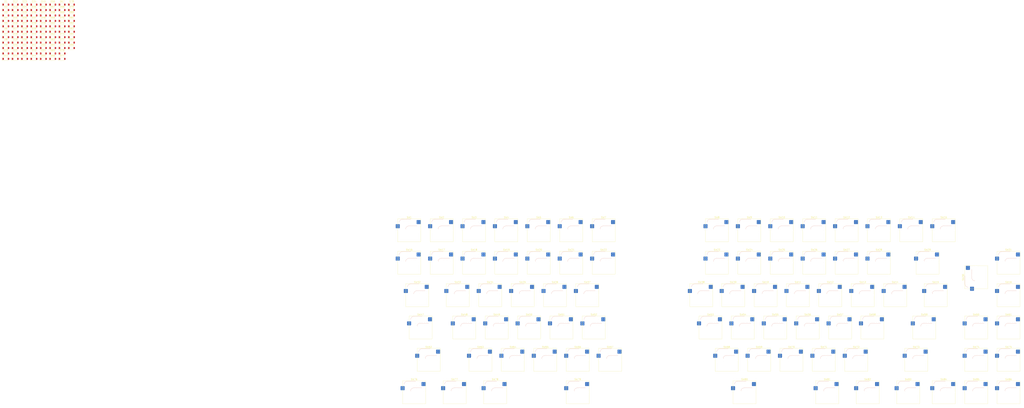
<source format=kicad_pcb>
(kicad_pcb (version 20221018) (generator pcbnew)
  (title_block (title "Keyboard") (date "2023-11-20") (rev "1.0"))
  (layers (0 "F.Cu" signal) (1 "In1.Cu" power) (2 "In2.Cu" power) (31 "B.Cu" signal) (34 "B.Paste" user) (35 "F.Paste" user) (36 "B.SilkS" user "B.Silkscreen") (37 "F.SilkS" user "F.Silkscreen") (38 "B.Mask" user) (39 "F.Mask" user) (44 "Edge.Cuts" user))
  (net 0 "")
  (net 1 "col1")
  (net 2 "Net-(D1-A)")
  (net 3 "Net-(D2-A)")
  (net 4 "Net-(D3-A)")
  (net 5 "Net-(D4-A)")
  (net 6 "Net-(D5-A)")
  (net 7 "Net-(D6-A)")
  (net 8 "Net-(D7-A)")
  (net 9 "Net-(D8-A)")
  (net 10 "Net-(D9-A)")
  (net 11 "Net-(D10-A)")
  (net 12 "Net-(D11-A)")
  (net 13 "Net-(D12-A)")
  (net 14 "Net-(D13-A)")
  (net 15 "Net-(D14-A)")
  (net 16 "Net-(D15-A)")
  (net 17 "Net-(D16-A)")
  (net 18 "Net-(D17-A)")
  (net 19 "Net-(D18-A)")
  (net 20 "Net-(D19-A)")
  (net 21 "Net-(D20-A)")
  (net 22 "Net-(D21-A)")
  (net 23 "Net-(D22-A)")
  (net 24 "Net-(D23-A)")
  (net 25 "Net-(D24-A)")
  (net 26 "Net-(D25-A)")
  (net 27 "Net-(D26-A)")
  (net 28 "Net-(D27-A)")
  (net 29 "Net-(D28-A)")
  (net 30 "Net-(D29-A)")
  (net 31 "Net-(D30-A)")
  (net 32 "Net-(D31-A)")
  (net 33 "Net-(D32-A)")
  (net 34 "Net-(D33-A)")
  (net 35 "Net-(D34-A)")
  (net 36 "Net-(D35-A)")
  (net 37 "Net-(D36-A)")
  (net 38 "Net-(D37-A)")
  (net 39 "Net-(D38-A)")
  (net 40 "Net-(D39-A)")
  (net 41 "Net-(D40-A)")
  (net 42 "Net-(D41-A)")
  (net 43 "Net-(D42-A)")
  (net 44 "Net-(D43-A)")
  (net 45 "Net-(D44-A)")
  (net 46 "Net-(D45-A)")
  (net 47 "Net-(D46-A)")
  (net 48 "Net-(D47-A)")
  (net 49 "Net-(D48-A)")
  (net 50 "Net-(D49-A)")
  (net 51 "Net-(D50-A)")
  (net 52 "Net-(D51-A)")
  (net 53 "Net-(D52-A)")
  (net 54 "Net-(D53-A)")
  (net 55 "Net-(D54-A)")
  (net 56 "Net-(D55-A)")
  (net 57 "Net-(D56-A)")
  (net 58 "Net-(D57-A)")
  (net 59 "Net-(D58-A)")
  (net 60 "Net-(D59-A)")
  (net 61 "Net-(D60-A)")
  (net 62 "Net-(D61-A)")
  (net 63 "Net-(D62-A)")
  (net 64 "Net-(D63-A)")
  (net 65 "Net-(D64-A)")
  (net 66 "Net-(D65-A)")
  (net 67 "Net-(D66-A)")
  (net 68 "Net-(D67-A)")
  (net 69 "Net-(D68-A)")
  (net 70 "Net-(D69-A)")
  (net 71 "Net-(D70-A)")
  (net 72 "Net-(D71-A)")
  (net 73 "Net-(D72-A)")
  (net 74 "Net-(D73-A)")
  (net 75 "Net-(D74-A)")
  (net 76 "Net-(D75-A)")
  (net 77 "Net-(D76-A)")
  (net 78 "Net-(D77-A)")
  (net 79 "Net-(D78-A)")
  (net 80 "Net-(D79-A)")
  (net 81 "Net-(D80-A)")
  (net 82 "Net-(D81-A)")
  (net 83 "Net-(D82-A)")
  (net 84 "Net-(D83-A)")
  (net 85 "Net-(D84-A)")
  (net 86 "Net-(D85-A)")
  (net 87 "Net-(D86-A)")
  (net 88 "col0")
  (footprint "Diode_SMD:D_SOD-123" (layer "F.Cu") (at -106.399 -28.052)
    (fp_text reference "D83")
    (fp_text value "1N4148W")
  )
  (footprint "PCM_Switch_Keyboard_Hotswap_Kailh:SW_Hotswap_Kailh_MX_1.00u" (layer "F.Cu") (at 288.085 154.54)
    (fp_text reference "SW53")
    (fp_text value "1U")
  )
  (footprint "PCM_Switch_Keyboard_Hotswap_Kailh:SW_Hotswap_Kailh_MX_1.00u" (layer "F.Cu") (at 348.085 154.54)
    (fp_text reference "SW56")
    (fp_text value "1U")
  )
  (footprint "Diode_SMD:D_SOD-123" (layer "F.Cu") (at -135.374 -34.752)
    (fp_text reference "D26")
    (fp_text value "1N4148W")
  )
  (footprint "PCM_Switch_Keyboard_Hotswap_Kailh:SW_Hotswap_Kailh_MX_1.25u" (layer "F.Cu") (at 130.085 194.54)
    (fp_text reference "SW77")
    (fp_text value "1.25U")
  )
  (footprint "PCM_Switch_Keyboard_Hotswap_Kailh:SW_Hotswap_Kailh_MX_1.00u" (layer "F.Cu") (at 472.085 134.54)
    (fp_text reference "SW46")
    (fp_text value "1U")
  )
  (footprint "Diode_SMD:D_SOD-123" (layer "F.Cu") (at -112.194 -28.052)
    (fp_text reference "D72")
    (fp_text value "1N4148W")
  )
  (footprint "Diode_SMD:D_SOD-123" (layer "F.Cu") (at -141.169 -31.402)
    (fp_text reference "D16")
    (fp_text value "1N4148W")
  )
  (footprint "PCM_Switch_Keyboard_Hotswap_Kailh:SW_Hotswap_Kailh_MX_1.00u" (layer "F.Cu") (at 146.085 174.54)
    (fp_text reference "SW63")
    (fp_text value "1U")
  )
  (footprint "Diode_SMD:D_SOD-123" (layer "F.Cu") (at -112.194 -31.402)
    (fp_text reference "D71")
    (fp_text value "1N4148W")
  )
  (footprint "Diode_SMD:D_SOD-123" (layer "F.Cu") (at -112.194 -24.702)
    (fp_text reference "D73")
    (fp_text value "1N4148W")
  )
  (footprint "PCM_Switch_Keyboard_Hotswap_Kailh:SW_Hotswap_Kailh_MX_1.00u" (layer "F.Cu") (at 402.085 134.54)
    (fp_text reference "SW44")
    (fp_text value "1U")
  )
  (footprint "PCM_Switch_Keyboard_Hotswap_Kailh:SW_Hotswap_Kailh_MX_1.00u" (layer "F.Cu") (at 322.085 134.54)
    (fp_text reference "SW40")
    (fp_text value "1U")
  )
  (footprint "Diode_SMD:D_SOD-123" (layer "F.Cu") (at -106.399 -21.352)
    (fp_text reference "D85")
    (fp_text value "1N4148W")
  )
  (footprint "PCM_Switch_Keyboard_Hotswap_Kailh:SW_Hotswap_Kailh_MX_1.00u" (layer "F.Cu") (at 206.085 174.54)
    (fp_text reference "SW66")
    (fp_text value "1U")
  )
  (footprint "Diode_SMD:D_SOD-123" (layer "F.Cu") (at -146.964 -14.652)
    (fp_text reference "D10")
    (fp_text value "1N4148W")
  )
  (footprint "PCM_Switch_Keyboard_Hotswap_Kailh:SW_Hotswap_Kailh_MX_1.00u" (layer "F.Cu") (at 352.085 114.54)
    (fp_text reference "SW26")
    (fp_text value "1U")
  )
  (footprint "PCM_Switch_Keyboard_Hotswap_Kailh:SW_Hotswap_Kailh_MX_1.00u" (layer "F.Cu") (at 212.085 134.54)
    (fp_text reference "SW37")
    (fp_text value "1U")
  )
  (footprint "Diode_SMD:D_SOD-123" (layer "F.Cu") (at -117.989 -34.752)
    (fp_text reference "D59")
    (fp_text value "1N4148W")
  )
  (footprint "PCM_Switch_Keyboard_Hotswap_Kailh:SW_Hotswap_Kailh_MX_1.00u" (layer "F.Cu") (at 202.085 114.54)
    (fp_text reference "SW21")
    (fp_text value "1U")
  )
  (footprint "Diode_SMD:D_SOD-123" (layer "F.Cu") (at -117.989 -38.102)
    (fp_text reference "D58")
    (fp_text value "1N4148W")
  )
  (footprint "PCM_Switch_Keyboard_Hotswap_Kailh:SW_Hotswap_Kailh_MX_1.00u" (layer "F.Cu") (at 382.085 134.54)
    (fp_text reference "SW43")
    (fp_text value "1U")
  )
  (footprint "PCM_Switch_Keyboard_Hotswap_Kailh:SW_Hotswap_Kailh_MX_1.00u" (layer "F.Cu") (at 162.085 114.54)
    (fp_text reference "SW19")
    (fp_text value "1U")
  )
  (footprint "Diode_SMD:D_SOD-123" (layer "F.Cu") (at -129.579 -34.752)
    (fp_text reference "D37")
    (fp_text value "1N4148W")
  )
  (footprint "PCM_Switch_Keyboard_Hotswap_Kailh:SW_Hotswap_Kailh_MX_1.00u" (layer "F.Cu") (at 432.085 94.54)
    (fp_text reference "SW15")
    (fp_text value "1U")
  )
  (footprint "Diode_SMD:D_SOD-123" (layer "F.Cu") (at -146.964 -31.402)
    (fp_text reference "D5")
    (fp_text value "1N4148W")
  )
  (footprint "Diode_SMD:D_SOD-123" (layer "F.Cu") (at -112.194 -34.752)
    (fp_text reference "D70")
    (fp_text value "1N4148W")
  )
  (footprint "Diode_SMD:D_SOD-123" (layer "F.Cu") (at -141.169 -14.652)
    (fp_text reference "D21")
    (fp_text value "1N4148W")
  )
  (footprint "Diode_SMD:D_SOD-123" (layer "F.Cu") (at -112.194 -11.302)
    (fp_text reference "D77")
    (fp_text value "1N4148W")
  )
  (footprint "PCM_Switch_Keyboard_Hotswap_Kailh:SW_Hotswap_Kailh_MX_1.00u" (layer "F.Cu") (at 472.085 174.54)
    (fp_text reference "SW75")
    (fp_text value "1U")
  )
  (footprint "PCM_Switch_Keyboard_Hotswap_Kailh:SW_Hotswap_Kailh_MX_1.00u" (layer "F.Cu") (at 358.085 174.54)
    (fp_text reference "SW71")
    (fp_text value "1U")
  )
  (footprint "Diode_SMD:D_SOD-123" (layer "F.Cu") (at -106.399 -38.102)
    (fp_text reference "D80")
    (fp_text value "1N4148W")
  )
  (footprint "PCM_Switch_Keyboard_Hotswap_Kailh:SW_Hotswap_Kailh_MX_1.00u" (layer "F.Cu") (at 302.085 134.54)
    (fp_text reference "SW39")
    (fp_text value "1U")
  )
  (footprint "PCM_Switch_Keyboard_Hotswap_Kailh:SW_Hotswap_Kailh_MX_1.00u" (layer "F.Cu") (at 412.085 94.54)
    (fp_text reference "SW14")
    (fp_text value "1U")
  )
  (footprint "Diode_SMD:D_SOD-123" (layer "F.Cu") (at -117.989 -28.052)
    (fp_text reference "D61")
    (fp_text value "1N4148W")
  )
  (footprint "Diode_SMD:D_SOD-123" (layer "F.Cu") (at -141.169 -18.002)
    (fp_text reference "D20")
    (fp_text value "1N4148W")
  )
  (footprint "PCM_Switch_Keyboard_Hotswap_Kailh:SW_Hotswap_Kailh_MX_1.00u" (layer "F.Cu") (at 152.085 134.54)
    (fp_text reference "SW34")
    (fp_text value "1U")
  )
  (footprint "PCM_Switch_Keyboard_Hotswap_Kailh:SW_Hotswap_Kailh_MX_1.00u" (layer "F.Cu") (at 332.085 94.54)
    (fp_text reference "SW10")
    (fp_text value "1U")
  )
  (footprint "Diode_SMD:D_SOD-123" (layer "F.Cu") (at -117.989 -41.452)
    (fp_text reference "D57")
    (fp_text value "1N4148W")
  )
  (footprint "PCM_Switch_Keyboard_Hotswap_Kailh:SW_Hotswap_Kailh_MX_1.00u" (layer "F.Cu") (at 162.085 94.54)
    (fp_text reference "SW4")
    (fp_text value "1U")
  )
  (footprint "Diode_SMD:D_SOD-123" (layer "F.Cu") (at -146.964 -24.702)
    (fp_text reference "D7")
    (fp_text value "1N4148W")
  )
  (footprint "Diode_SMD:D_SOD-123" (layer "F.Cu") (at -112.194 -44.802)
    (fp_text reference "D67")
    (fp_text value "1N4148W")
  )
  (footprint "PCM_Switch_Keyboard_Hotswap_Kailh:SW_Hotswap_Kailh_MX_1.00u" (layer "F.Cu") (at 142.085 94.54)
    (fp_text reference "SW3")
    (fp_text value "1U")
  )
  (footprint "PCM_Switch_Keyboard_Hotswap_Kailh:SW_Hotswap_Kailh_MX_1.00u" (layer "F.Cu") (at 472.085 194.54)
    (fp_text reference "SW86")
    (fp_text value "1U")
  )
  (footprint "PCM_Switch_Keyboard_Hotswap_Kailh:SW_Hotswap_Kailh_MX_1.00u" (layer "F.Cu") (at 102.085 94.54)
    (fp_text reference "SW1")
    (fp_text value "1U")
  )
  (footprint "Diode_SMD:D_SOD-123" (layer "F.Cu") (at -129.579 -28.052)
    (fp_text reference "D39")
    (fp_text value "1N4148W")
  )
  (footprint "PCM_Switch_Keyboard_Hotswap_Kailh:SW_Hotswap_Kailh_MX_1.00u" (layer "F.Cu") (at 122.085 94.54)
    (fp_text reference "SW2")
    (fp_text value "1U")
  )
  (footprint "Diode_SMD:D_SOD-123" (layer "F.Cu") (at -141.169 -11.302)
    (fp_text reference "D22")
    (fp_text value "1N4148W")
  )
  (footprint "PCM_Switch_Keyboard_Hotswap_Kailh:SW_Hotswap_Kailh_MX_1.00u" (layer "F.Cu") (at 338.085 174.54)
    (fp_text reference "SW70")
    (fp_text value "1U")
  )
  (footprint "PCM_Switch_Keyboard_Hotswap_Kailh:SW_Hotswap_Kailh_MX_1.25u" (layer "F.Cu") (at 385.085 194.54)
    (fp_text reference "SW82")
    (fp_text value "1.25U")
  )
  (footprint "PCM_Switch_Keyboard_Hotswap_Kailh:SW_Hotswap_Kailh_MX_1.00u" (layer "F.Cu") (at 196.085 154.54)
    (fp_text reference "SW51")
    (fp_text value "1U")
  )
  (footprint "Diode_SMD:D_SOD-123" (layer "F.Cu") (at -135.374 -14.652)
    (fp_text reference "D32")
    (fp_text value "1N4148W")
  )
  (footprint "PCM_Switch_Keyboard_Hotswap_Kailh:SW_Hotswap_Kailh_MX_1.25u" (layer "F.Cu") (at 410.085 194.54)
    (fp_text reference "SW83")
    (fp_text value "1.25U")
  )
  (footprint "PCM_Switch_Keyboard_Hotswap_Kailh:SW_Hotswap_Kailh_MX_1.00u" (layer "F.Cu") (at 352.085 94.54)
    (fp_text reference "SW11")
    (fp_text value "1U")
  )
  (footprint "Diode_SMD:D_SOD-123" (layer "F.Cu") (at -123.784 -38.102)
    (fp_text reference "D47")
    (fp_text value "1N4148W")
  )
  (footprint "Diode_SMD:D_SOD-123" (layer "F.Cu") (at -112.194 -18.002)
    (fp_text reference "D75")
    (fp_text value "1N4148W")
  )
  (footprint "Diode_SMD:D_SOD-123" (layer "F.Cu") (at -117.989 -24.702)
    (fp_text reference "D62")
    (fp_text value "1N4148W")
  )
  (footprint "PCM_Switch_Keyboard_Hotswap_Kailh:SW_Hotswap_Kailh_MX_1.00u" (layer "F.Cu") (at 432.085 194.54)
    (fp_text reference "SW84")
    (fp_text value "1U")
  )
  (footprint "PCM_Switch_Keyboard_Hotswap_Kailh:SW_Hotswap_Kailh_MX_1.00u" (layer "F.Cu") (at 298.085 174.54)
    (fp_text reference "SW68")
    (fp_text value "1U")
  )
  (footprint "PCM_Switch_Keyboard_Hotswap_Kailh:SW_Hotswap_Kailh_MX_2.25u" (layer "F.Cu") (at 114.085 174.54)
    (fp_text reference "SW62")
    (fp_text value "2.25U")
  )
  (footprint "Diode_SMD:D_SOD-123" (layer "F.Cu") (at -123.784 -24.702)
    (fp_text reference "D51")
    (fp_text value "1N4148W")
  )
  (footprint "PCM_Switch_Keyboard_Hotswap_Kailh:SW_Hotswap_Kailh_MX_1.00u" (layer "F.Cu") (at 122.085 114.54)
    (fp_text reference "SW17")
    (fp_text value "1U")
  )
  (footprint "PCM_Switch_Keyboard_Hotswap_Kailh:SW_Hotswap_Kailh_MX_1.00u" (layer "F.Cu") (at 222.085 94.54)
    (fp_text reference "SW7")
    (fp_text value "1U")
  )
  (footprint "PCM_Switch_Keyboard_Hotswap_Kailh:SW_Hotswap_Kailh_MX_1.00u" (layer "F.Cu") (at 226.085 174.54)
    (fp_text reference "SW67")
    (fp_text value "1U")
  )
  (footprint "PCM_Switch_Keyboard_Hotswap_Kailh:SW_Hotswap_Kailh_MX_1.00u" (layer "F.Cu") (at 342.085 134.54)
    (fp_text reference "SW41")
    (fp_text value "1U")
  )
  (footprint "PCM_Switch_Keyboard_Hotswap_Kailh:SW_Hotswap_Kailh_MX_1.00u" (layer "F.Cu") (at 156.085 154.54)
    (fp_text reference "SW49")
    (fp_text value "1U")
  )
  (footprint "PCM_Switch_Keyboard_Hotswap_Kailh:SW_Hotswap_Kailh_MX_1.00u" (layer "F.Cu") (at 372.085 94.54)
    (fp_text reference "SW12")
    (fp_text value "1U")
  )
  (footprint "Diode_SMD:D_SOD-123" (layer "F.Cu") (at -129.579 -41.452)
    (fp_text reference "D35")
    (fp_text value "1N4148W")
  )
  (footprint "Diode_SMD:D_SOD-123" (layer "F.Cu") (at -146.964 -38.102)
    (fp_text reference "D3")
    (fp_text value "1N4148W")
  )
  (footprint "PCM_Switch_Keyboard_Hotswap_Kailh:SW_Hotswap_Kailh_MX_1.00u" (layer "F.Cu") (at 166.085 174.54)
    (fp_text reference "SW64")
    (fp_text value "1U")
  )
  (footprint "Diode_SMD:D_SOD-123" (layer "F.Cu") (at -117.989 -21.352)
    (fp_text reference "D63")
    (fp_text value "1N4148W")
  )
  (footprint "Diode_SMD:D_SOD-123" (layer "F.Cu") (at -123.784 -18.002)
    (fp_text reference "D53")
    (fp_text value "1N4148W")
  )
  (footprint "Diode_SMD:D_SOD-123" (layer "F.Cu") (at -112.194 -14.652)
    (fp_text reference "D76")
    (fp_text value "1N4148W")
  )
  (footprint "Diode_SMD:D_SOD-123" (layer "F.Cu") (at -123.784 -41.452)
    (fp_text reference "D46")
    (fp_text value "1N4148W")
  )
  (footprint "PCM_Switch_Keyboard_Hotswap_Kailh:SW_Hotswap_Kailh_MX_1.00u" (layer "F.Cu") (at 328.085 154.54)
    (fp_text reference "SW55")
    (fp_text value "1U")
  )
  (footprint "PCM_Switch_Keyboard_Hotswap_Kailh:SW_Hotswap_Kailh_MX_1.00u" (layer "F.Cu") (at 312.085 94.54)
    (fp_text reference "SW9")
    (fp_text value "1U")
  )
  (footprint "Diode_SMD:D_SOD-123" (layer "F.Cu") (at -123.784 -14.652)
    (fp_text reference "D54")
    (fp_text value "1N4148W")
  )
  (footprint "Diode_SMD:D_SOD-123" (layer "F.Cu") (at -106.399 -18.002)
    (fp_text reference "D86")
    (fp_text value "1N4148W")
  )
  (footprint "Diode_SMD:D_SOD-123" (layer "F.Cu") (at -117.989 -14.652)
    (fp_text reference "D65")
    (fp_text value "1N4148W")
  )
  (footprint "PCM_Switch_Keyboard_Hotswap_Kailh:SW_Hotswap_Kailh_MX_4.00u" (layer "F.Cu") (at 309.085 194.54)
    (fp_text reference "SW80")
    (fp_text value "4U")
  )
  (footprint "Diode_SMD:D_SOD-123" (layer "F.Cu") (at -135.374 -28.052)
    (fp_text reference "D28")
    (fp_text value "1N4148W")
  )
  (footprint "PCM_Switch_Keyboard_Hotswap_Kailh:SW_Hotswap_Kailh_MX_1.00u" (layer "F.Cu") (at 318.085 174.54)
    (fp_text reference "SW69")
    (fp_text value "1U")
  )
  (footprint "PCM_Switch_Keyboard_Hotswap_Kailh:SW_Hotswap_Kailh_MX_1.00u" (layer "F.Cu") (at 132.085 134.54)
    (fp_text reference "SW33")
    (fp_text value "1U")
  )
  (footprint "Diode_SMD:D_SOD-123" (layer "F.Cu") (at -129.579 -24.702)
    (fp_text reference "D40")
    (fp_text value "1N4148W")
  )
  (footprint "Diode_SMD:D_SOD-123" (layer "F.Cu") (at -129.579 -38.102)
    (fp_text reference "D36")
    (fp_text value "1N4148W")
  )
  (footprint "Diode_SMD:D_SOD-123" (layer "F.Cu") (at -106.399 -34.752)
    (fp_text reference "D81")
    (fp_text value "1N4148W")
  )
  (footprint "PCM_Switch_Keyboard_Hotswap_Kailh:SW_Hotswap_Kailh_MX_1.00u" (layer "F.Cu") (at 472.085 114.54)
    (fp_text reference "SW31")
    (fp_text value "1U")
  )
  (footprint "Diode_SMD:D_SOD-123" (layer "F.Cu") (at -146.964 -28.052)
    (fp_text reference "D6")
    (fp_text value "1N4148W")
  )
  (footprint "PCM_Switch_Keyboard_Hotswap_Kailh:SW_Hotswap_Kailh_MX_1.00u" (layer "F.Cu") (at 182.085 114.54)
    (fp_text reference "SW20")
    (fp_text value "1U")
  )
  (footprint "Diode_SMD:D_SOD-123" (layer "F.Cu") (at -123.784 -11.302)
    (fp_text reference "D55")
    (fp_text value "1N4148W")
  )
  (footprint "Diode_SMD:D_SOD-123" (layer "F.Cu") (at -123.784 -31.402)
    (fp_text reference "D49")
    (fp_text value "1N4148W")
  )
  (footprint "Diode_SMD:D_SOD-123" (layer "F.Cu") (at -123.784 -21.352)
    (fp_text reference "D52")
    (fp_text value "1N4148W")
  )
  (footprint "PCM_Switch_Keyboard_Hotswap_Kailh:SW_Hotswap_Kailh_MX_1.00u" (layer "F.Cu") (at 452.085 174.54)
    (fp_text reference "SW74")
    (fp_text value "1U")
  )
  (footprint "Diode_SMD:D_SOD-123" (layer "F.Cu") (at -129.579 -18.002)
    (fp_text reference "D42")
    (fp_text value "1N4148W")
  )
  (footprint "PCM_Switch_Keyboard_Hotswap_Kailh:SW_Hotswap_Kailh_MX_1.00u" (layer "F.Cu") (at 392.085 114.54)
    (fp_text reference "SW28")
    (fp_text value "1U")
  )
  (footprint "PCM_Switch_Keyboard_Hotswap_Kailh:SW_Hotswap_Kailh_MX_1.00u" (layer "F.Cu") (at 292.085 114.54)
    (fp_text reference "SW23")
    (fp_text value "1U")
  )
  (footprint "Diode_SMD:D_SOD-123" (layer "F.Cu") (at -141.169 -21.352)
    (fp_text reference "D19")
    (fp_text value "1N4148W")
  )
  (footprint "PCM_Switch_Keyboard_Hotswap_Kailh:SW_Hotswap_Kailh_MX_1.00u" (layer "F.Cu") (at 222.085 114.54)
    (fp_text reference "SW22")
    (fp_text value "1U")
  )
  (footprint "PCM_Switch_Keyboard_Hotswap_Kailh:SW_Hotswap_Kailh_MX_1.25u" (layer "F.Cu") (at 105.085 194.54)
    (fp_text reference "SW76")
    (fp_text value "1.25U")
  )
  (footprint "PCM_Switch_Keyboard_Hotswap_Kailh:SW_Hotswap_Kailh_MX_1.00u" (layer "F.Cu") (at 372.085 114.54)
    (fp_text reference "SW27")
    (fp_text value "1U")
  )
  (footprint "Diode_SMD:D_SOD-123" (layer "F.Cu") (at -106.399 -44.802)
    (fp_text reference "D78")
    (fp_text value "1N4148W")
  )
  (footprint "Diode_SMD:D_SOD-123" (layer "F.Cu") (at -135.374 -44.802)
    (fp_text reference "D23")
    (fp_text value "1N4148W")
  )
  (footprint "PCM_Switch_Keyboard_Hotswap_Kailh:SW_Hotswap_Kailh_MX_1.00u" (layer "F.Cu") (at 378.085 174.54)
    (fp_text reference "SW72")
    (fp_text value "1U")
  )
  (footprint "Diode_SMD:D_SOD-123" (layer "F.Cu") (at -117.989 -18.002)
    (fp_text reference "D64")
    (fp_text value "1N4148W")
  )
  (footprint "PCM_Switch_Keyboard_Hotswap_Kailh:SW_Hotswap_Kailh_MX_1.00u" (layer "F.Cu") (at 362.085 134.54)
    (fp_text reference "SW42")
    (fp_text value "1U")
  )
  (footprint "Diode_SMD:D_SOD-123" (layer "F.Cu") (at -112.194 -38.102)
    (fp_text reference "D69")
    (fp_text value "1N4148W")
  )
  (footprint "PCM_Switch_Keyboard_Hotswap_Kailh:SW_Hotswap_Kailh_MX_1.00u" (layer "F.Cu") (at 388.085 154.54)
    (fp_text reference "SW58")
    (fp_text value "1U")
  )
  (footprint "Diode_SMD:D_SOD-123" (layer "F.Cu") (at -129.579 -14.652)
    (fp_text reference "D43")
    (fp_text value "1N4148W")
  )
  (footprint "Diode_SMD:D_SOD-123" (layer "F.Cu") (at -135.374 -11.302)
    (fp_text reference "D33")
    (fp_text value "1N4148W")
  )
  (footprint "PCM_Switch_Keyboard_Hotswap_Kailh:SW_Hotswap_Kailh_MX_1.50u" (layer "F.Cu") (at 427.085 134.54)
    (fp_text reference "SW45")
    (fp_text value "1.5U")
  )
  (footprint "Diode_SMD:D_SOD-123" (layer "F.Cu") (at -129.579 -21.352)
    (fp_text reference "D41")
    (fp_text value "1N4148W")
  )
  (footprint "PCM_Switch_Keyboard_Hotswap_Kailh:SW_Hotswap_Kailh_MX_2.00u" (layer "F.Cu") (at 422.085 114.54)
    (fp_text reference "SW29")
    (fp_text value "2U")
  )
  (footprint "Diode_SMD:D_SOD-123" (layer "F.Cu") (at -146.964 -21.352)
    (fp_text reference "D8")
    (fp_text value "1N4148W")
  )
  (footprint "Diode_SMD:D_SOD-123" (layer "F.Cu") (at -141.169 -44.802)
    (fp_text reference "D12")
    (fp_text value "1N4148W")
  )
  (footprint "PCM_Switch_Keyboard_Hotswap_Kailh:SW_Hotswap_Kailh_MX_1.00u" (layer "F.Cu") (at 192.085 134.54)
    (fp_text reference "SW36")
    (fp_text value "1U")
  )
  (footprint "PCM_Switch_Keyboard_Hotswap_Kailh:SW_Hotswap_Kailh_MX_1.50u" (layer "F.Cu") (at 107.085 134.54)
    (fp_text reference "SW32")
    (fp_text value "1.5U")
  )
  (footprint "Diode_SMD:D_SOD-123" (layer "F.Cu") (at -135.374 -21.352)
    (fp_text reference "D30")
    (fp_text value "1N4148W")
  )
  (footprint "Diode_SMD:D_SOD-123" (layer "F.Cu") (at -117.989 -31.402)
    (fp_text reference "D60")
    (fp_text value "1N4148W")
  )
  (footprint "Diode_SMD:D_SOD-123" (layer "F.Cu") (at -106.399 -24.702)
    (fp_text reference "D84")
    (fp_text value "1N4148W")
  )
  (footprint "PCM_Switch_Keyboard_Hotswap_Kailh:SW_Hotswap_Kailh_MX_1.00u" (layer "F.Cu") (at 176.085 154.54)
    (fp_text reference "SW50")
    (fp_text value "1U")
  )
  (footprint "Diode_SMD:D_SOD-123" (layer "F.Cu") (at -123.784 -34.752)
    (fp_text reference "D48")
    (fp_text value "1N4148W")
  )
  (footprint "PCM_Switch_Keyboard_Hotswap_Kailh:SW_Hotswap_Kailh_MX_4.00u" (layer "F.Cu") (at 206.085 194.54)
    (fp_text reference "SW79")
    (fp_text value "4U")
  )
  (footprint "PCM_Switch_Keyboard_Hotswap_Kailh:SW_Hotswap_Kailh_MX_1.00u" (layer "F.Cu") (at 452.085 154.54)
    (fp_text reference "SW60")
    (fp_text value "1U")
  )
  (footprint "PCM_Switch_Keyboard_Hotswap_Kailh:SW_Hotswap_Kailh_MX_1.25u" (layer "F.Cu") (at 155.085 194.54)
    (fp_text reference "SW78")
    (fp_text value "1.25U")
  )
  (footprint "Diode_SMD:D_SOD-123" (layer "F.Cu") (at -146.964 -34.752)
    (fp_text reference "D4")
    (fp_text value "1N4148W")
  )
  (footprint "PCM_Switch_Keyboard_Hotswap_Kailh:SW_Hotswap_Kailh_MX_1.00u" (layer "F.Cu") (at 142.085 114.54)
    (fp_text reference "SW18")
    (fp_text value "1U")
  )
  (footprint "Diode_SMD:D_SOD-123" (layer "F.Cu") (at -135.374 -18.002)
    (fp_text reference "D31")
    (fp_text value "1N4148W")
  )
  (footprint "Diode_SMD:D_SOD-123" (layer "F.Cu") (at -146.964 -41.452)
    (fp_text reference "D2")
    (fp_text value "1N4148W")
  )
  (footprint "Diode_SMD:D_SOD-123" (layer "F.Cu") (at -129.579 -44.802)
    (fp_text reference "D34")
    (fp_text value "1N4148W")
  )
  (footprint "PCM_Switch_Keyboard_Hotswap_Kailh:SW_Hotswap_Kailh_MX_1.00u" (layer "F.Cu") (at 392.085 94.54)
    (fp_text reference "SW13")
    (fp_text value "1U")
  )
  (footprint "PCM_Switch_Keyboard_Hotswap_Kailh:SW_Hotswap_Kailh_MX_1.00u" (layer "F.Cu") (at 368.085 154.54)
    (fp_text reference "SW57")
    (fp_text value "1U")
  )
  (footprint "Diode_SMD:D_SOD-123" (layer "F.Cu") (at -141.169 -28.052)
    (fp_text reference "D17")
    (fp_text value "1N4148W")
  )
  (footprint "Diode_SMD:D_SOD-123" (layer "F.Cu") (at -135.374 -24.702)
    (fp_text reference "D29")
    (fp_text value "1N4148W")
  )
  (footprint "Diode_SMD:D_SOD-123" (layer "F.Cu") (at -106.399 -31.402)
    (fp_text reference "D82")
    (fp_text value "1N4148W")
  )
  (footprint "PCM_Switch_Keyboard_Hotswap_Kailh:SW_Hotswap_Kailh_MX_1.00u" (layer "F.Cu") (at 292.085 94.54)
    (fp_text reference "SW8")
    (fp_text value "1U")
  )
  (footprint "PCM_Switch_Keyboard_Hotswap_Kailh:SW_Hotswap_Kailh_MX_2.00u" (layer "F.Cu") (at 452.085 123.54 90)
    (fp_text reference "SW30")
    (fp_text value "2U")
  )
  (footprint "Diode_SMD:D_SOD-123" (layer "F.Cu") (at -112.194 -41.452)
    (fp_text reference "D68")
    (fp_text value "1N4148W")
  )
  (footprint "PCM_Switch_Keyboard_Hotswap_Kailh:SW_Hotswap_Kailh_MX_1.00u" (layer "F.Cu") (at 202.085 94.54)
    (fp_text reference "SW6")
    (fp_text value "1U")
  )
  (footprint "Diode_SMD:D_SOD-123" (layer "F.Cu") (at -146.964 -44.802)
    (fp_text reference "D1")
    (fp_text value "1N4148W")
  )
  (footprint "PCM_Switch_Keyboard_Hotswap_Kailh:SW_Hotswap_Kailh_MX_1.00u" (layer "F.Cu") (at 308.085 154.54)
    (fp_text reference "SW54")
    (fp_text value "1U")
  )
  (footprint "PCM_Switch_Keyboard_Hotswap_Kailh:SW_Hotswap_Kailh_MX_1.00u" (layer "F.Cu") (at 186.085 174.54)
    (fp_text reference "SW65")
    (fp_text value "1U")
  )
  (footprint "PCM_Switch_Keyboard_Hotswap_Kailh:SW_Hotswap_Kailh_MX_1.00u" (layer "F.Cu") (at 216.085 154.54)
    (fp_text reference "SW52")
    (fp_text value "1U")
  )
  (footprint "Diode_SMD:D_SOD-123" (layer "F.Cu") (at -112.194 -21.352)
    (fp_text reference "D74")
    (fp_text value "1N4148W")
  )
  (footprint "Diode_SMD:D_SOD-123" (layer "F.Cu") (at -141.169 -38.102)
    (fp_text reference "D14")
    (fp_text value "1N4148W")
  )
  (footprint "Diode_SMD:D_SOD-123" (layer "F.Cu") (at -135.374 -38.102)
    (fp_text reference "D25")
    (fp_text value "1N4148W")
  )
  (footprint "Diode_SMD:D_SOD-123" (layer "F.Cu") (at -135.374 -41.452)
    (fp_text reference "D24")
    (fp_text value "1N4148W")
  )
  (footprint "PCM_Switch_Keyboard_Hotswap_Kailh:SW_Hotswap_Kailh_MX_1.00u" (layer "F.Cu") (at 282.448 134.54)
    (fp_text reference "SW38")
    (fp_text value "1U")
  )
  (footprint "Diode_SMD:D_SOD-123" (layer "F.Cu") (at -123.784 -44.802)
    (fp_text reference "D45")
    (fp_text value "1N4148W")
  )
  (footprint "Diode_SMD:D_SOD-123" (layer "F.Cu") (at -135.374 -31.402)
    (fp_text reference "D27")
    (fp_text value "1N4148W")
  )
  (footprint "PCM_Switch_Keyboard_Hotswap_Kailh:SW_Hotswap_Kailh_MX_2.25u" (layer "F.Cu") (at 420.085 154.54)
    (fp_text reference "SW59")
    (fp_text value "2.25U")
  )
  (footprint "PCM_Switch_Keyboard_Hotswap_Kailh:SW_Hotswap_Kailh_MX_1.00u" (layer "F.Cu") (at 182.085 94.54)
    (fp_text reference "SW5")
    (fp_text value "1U")
  )
  (footprint "Diode_SMD:D_SOD-123" (layer "F.Cu") (at -141.169 -34.752)
    (fp_text reference "D15")
    (fp_text value "1N4148W")
  )
  (footprint "Diode_SMD:D_SOD-123" (layer "F.Cu") (at -117.989 -11.302)
    (fp_text reference "D66")
    (fp_text value "1N4148W")
  )
  (footprint "PCM_Switch_Keyboard_Hotswap_Kailh:SW_Hotswap_Kailh_MX_1.25u" (layer "F.Cu") (at 360.085 194.54)
    (fp_text reference "SW81")
    (fp_text value "1.25U")
  )
  (footprint "PCM_Switch_Keyboard_Hotswap_Kailh:SW_Hotswap_Kailh_MX_1.00u" (layer "F.Cu") (at 332.085 114.54)
    (fp_text reference "SW25")
    (fp_text value "1U")
  )
  (footprint "Diode_SMD:D_SOD-123" (layer "F.Cu") (at -129.579 -31.402)
    (fp_text reference "D38")
    (fp_text value "1N4148W")
  )
  (footprint "PCM_Switch_Keyboard_Hotswap_Kailh:SW_Hotswap_Kailh_MX_1.00u" (layer "F.Cu") (at 472.085 154.54)
    (fp_text reference "SW61")
    (fp_text value "1U")
  )
  (footprint "PCM_Switch_Keyboard_Hotswap_Kailh:SW_Hotswap_Kailh_MX_1.00u" (layer "F.Cu") (at 452.085 194.54)
    (fp_text reference "SW85")
    (fp_text value "1U")
  )
  (footprint "PCM_Switch_Keyboard_Hotswap_Kailh:SW_Hotswap_Kailh_MX_1.00u" (layer "F.Cu") (at 136.085 154.54)
    (fp_text reference "SW48")
    (fp_text value "1U")
  )
  (footprint "PCM_Switch_Keyboard_Hotswap_Kailh:SW_Hotswap_Kailh_MX_2.75u" (layer "F.Cu") (at 415.085 174.54)
    (fp_text reference "SW73")
    (fp_text value "2.75U")
  )
  (footprint "Diode_SMD:D_SOD-123" (layer "F.Cu") (at -141.169 -24.702)
    (fp_text reference "D18")
    (fp_text value "1N4148W")
  )
  (footprint "PCM_Switch_Keyboard_Hotswap_Kailh:SW_Hotswap_Kailh_MX_1.00u" (layer "F.Cu") (at 172.085 134.54)
    (fp_text reference "SW35")
    (fp_text value "1U")
  )
  (footprint "Diode_SMD:D_SOD-123" (layer "F.Cu") (at -123.784 -28.052)
    (fp_text reference "D50")
    (fp_text value "1N4148W")
  )
  (footprint "PCM_Switch_Keyboard_Hotswap_Kailh:SW_Hotswap_Kailh_MX_1.00u" (layer "F.Cu") (at 312.085 114.54)
    (fp_text reference "SW24")
    (fp_text value "1U")
  )
  (footprint "Diode_SMD:D_SOD-123" (layer "F.Cu") (at -146.964 -11.302)
    (fp_text reference "D11")
    (fp_text value "1N4148W")
  )
  (footprint "Diode_SMD:D_SOD-123" (layer "F.Cu") (at -129.579 -11.302)
    (fp_text reference "D44")
    (fp_text value "1N4148W")
  )
  (footprint "PCM_Switch_Keyboard_Hotswap_Kailh:SW_Hotswap_Kailh_MX_1.00u" (layer "F.Cu") (at 102.085 114.54)
    (fp_text reference "SW16")
    (fp_text value "1U")
  )
  (footprint "Diode_SMD:D_SOD-123" (layer "F.Cu") (at -117.989 -44.802)
    (fp_text reference "D56")
    (fp_text value "1N4148W")
  )
  (footprint "Diode_SMD:D_SOD-123" (layer "F.Cu") (at -106.399 -41.452)
    (fp_text reference "D79")
    (fp_text value "1N4148W")
  )
  (footprint "Diode_SMD:D_SOD-123" (layer "F.Cu") (at -146.964 -18.002)
    (fp_text reference "D9")
    (fp_text value "1N4148W")
  )
  (footprint "Diode_SMD:D_SOD-123" (layer "F.Cu") (at -141.169 -41.452)
    (fp_text reference "D13")
    (fp_text value "1N4148W")
  )
  (footprint "PCM_Switch_Keyboard_Hotswap_Kailh:SW_Hotswap_Kailh_MX_1.75u" (layer "F.Cu") (at 109.085 154.54)
    (fp_text reference "SW47")
    (fp_text value "1.75U")
  )
)
</source>
